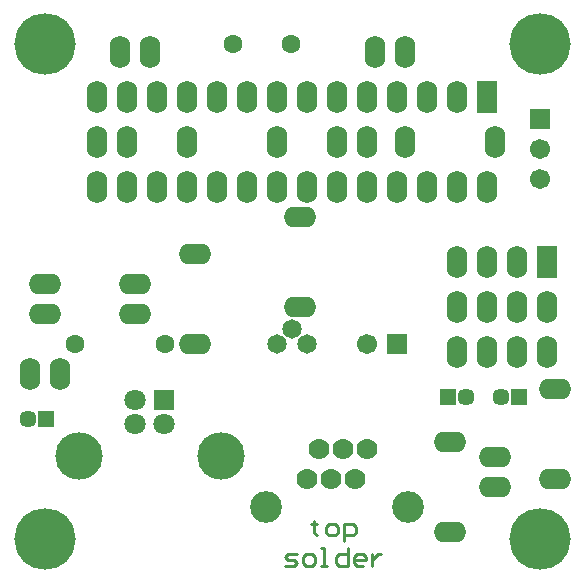
<source format=gts>
%FSLAX23Y23*%
%MOIN*%
G70*
G01*
G75*
G04 Layer_Color=8388736*
G04 Layer_Color=8388736*
%ADD10C,0.025*%
%ADD11C,0.010*%
%ADD12C,0.020*%
%ADD13C,0.006*%
%ADD14C,0.055*%
%ADD15O,0.100X0.060*%
%ADD16O,0.060X0.100*%
%ADD17R,0.060X0.100*%
%ADD18C,0.055*%
%ADD19R,0.049X0.049*%
%ADD20C,0.049*%
%ADD21C,0.150*%
%ADD22R,0.063X0.063*%
%ADD23C,0.063*%
%ADD24C,0.059*%
%ADD25R,0.059X0.059*%
%ADD26C,0.197*%
%ADD27C,0.197*%
%ADD28C,0.098*%
%ADD29C,0.062*%
%ADD30C,0.057*%
%ADD31C,0.100*%
%ADD32C,0.063*%
%ADD33O,0.108X0.068*%
%ADD34O,0.068X0.108*%
%ADD35R,0.068X0.108*%
%ADD36C,0.063*%
%ADD37R,0.057X0.057*%
%ADD38C,0.057*%
%ADD39C,0.158*%
%ADD40R,0.071X0.071*%
%ADD41C,0.071*%
%ADD42C,0.067*%
%ADD43R,0.067X0.067*%
%ADD44C,0.205*%
%ADD45C,0.205*%
%ADD46C,0.106*%
%ADD47C,0.070*%
%ADD48C,0.065*%
D11*
X2925Y3037D02*
X2955D01*
X2965Y3047D01*
X2955Y3057D01*
X2935D01*
X2925Y3067D01*
X2935Y3077D01*
X2965D01*
X2995Y3037D02*
X3015D01*
X3025Y3047D01*
Y3067D01*
X3015Y3077D01*
X2995D01*
X2985Y3067D01*
Y3047D01*
X2995Y3037D01*
X3045D02*
X3065D01*
X3055D01*
Y3097D01*
X3045D01*
X3135D02*
Y3037D01*
X3105D01*
X3095Y3047D01*
Y3067D01*
X3105Y3077D01*
X3135D01*
X3185Y3037D02*
X3165D01*
X3155Y3047D01*
Y3067D01*
X3165Y3077D01*
X3185D01*
X3195Y3067D01*
Y3057D01*
X3155D01*
X3215Y3077D02*
Y3037D01*
Y3057D01*
X3225Y3067D01*
X3235Y3077D01*
X3245D01*
X3022Y3187D02*
Y3177D01*
X3013D01*
X3032D01*
X3022D01*
Y3147D01*
X3032Y3138D01*
X3072D02*
X3092D01*
X3102Y3147D01*
Y3167D01*
X3092Y3177D01*
X3072D01*
X3062Y3167D01*
Y3147D01*
X3072Y3138D01*
X3122Y3118D02*
Y3177D01*
X3152D01*
X3162Y3167D01*
Y3147D01*
X3152Y3138D01*
X3122D01*
D32*
X2754Y4775D02*
D03*
X2946D02*
D03*
D33*
X3625Y3400D02*
D03*
Y3300D02*
D03*
X3825Y3325D02*
D03*
Y3625D02*
D03*
X3475Y3150D02*
D03*
Y3450D02*
D03*
X2625Y3775D02*
D03*
Y4075D02*
D03*
X2975Y3900D02*
D03*
Y4200D02*
D03*
X2425Y3875D02*
D03*
Y3975D02*
D03*
X2125D02*
D03*
Y3875D02*
D03*
D34*
X2175Y3675D02*
D03*
X2075D02*
D03*
X3625Y4450D02*
D03*
X3325D02*
D03*
X2900D02*
D03*
X2600D02*
D03*
X3100D02*
D03*
X3200D02*
D03*
X2300D02*
D03*
X2400D02*
D03*
X3225Y4750D02*
D03*
X3325D02*
D03*
X2375D02*
D03*
X2475D02*
D03*
X3700Y3900D02*
D03*
X3800D02*
D03*
X3500D02*
D03*
X3600D02*
D03*
X3700Y4050D02*
D03*
X3600D02*
D03*
X3500D02*
D03*
X3800Y3750D02*
D03*
X3700D02*
D03*
X3600D02*
D03*
X3500D02*
D03*
X2300Y4300D02*
D03*
X2400D02*
D03*
X2500D02*
D03*
X2600D02*
D03*
X2700D02*
D03*
X2800D02*
D03*
X2900D02*
D03*
X3000D02*
D03*
X3100D02*
D03*
X3200D02*
D03*
X3300D02*
D03*
X3400D02*
D03*
X3500D02*
D03*
X3600D02*
D03*
X2300Y4600D02*
D03*
X2400D02*
D03*
X2500D02*
D03*
X2600D02*
D03*
X2700D02*
D03*
X2800D02*
D03*
X2900D02*
D03*
X3000D02*
D03*
X3100D02*
D03*
X3200D02*
D03*
X3300D02*
D03*
X3400D02*
D03*
X3500D02*
D03*
D35*
X3800Y4050D02*
D03*
X3600Y4600D02*
D03*
D36*
X2525Y3775D02*
D03*
X2225D02*
D03*
D37*
X3705Y3600D02*
D03*
X3470D02*
D03*
X2130Y3525D02*
D03*
D38*
X3645Y3600D02*
D03*
X3530D02*
D03*
X2070Y3525D02*
D03*
D39*
X2712Y3404D02*
D03*
X2238D02*
D03*
D40*
X2524Y3589D02*
D03*
D41*
X2426D02*
D03*
X2524Y3511D02*
D03*
X2426D02*
D03*
D42*
X3775Y4325D02*
D03*
Y4425D02*
D03*
X3200Y3775D02*
D03*
D43*
X3775Y4525D02*
D03*
X3300Y3775D02*
D03*
D44*
X2125Y3125D02*
D03*
D45*
X3775D02*
D03*
X2125Y4775D02*
D03*
X3775D02*
D03*
D46*
X3336Y3234D02*
D03*
X2864D02*
D03*
D47*
X3200Y3425D02*
D03*
X3160Y3325D02*
D03*
X3120Y3425D02*
D03*
X3080Y3325D02*
D03*
X3040Y3425D02*
D03*
X3000Y3325D02*
D03*
D48*
Y3775D02*
D03*
X2950Y3825D02*
D03*
X2900Y3775D02*
D03*
M02*

</source>
